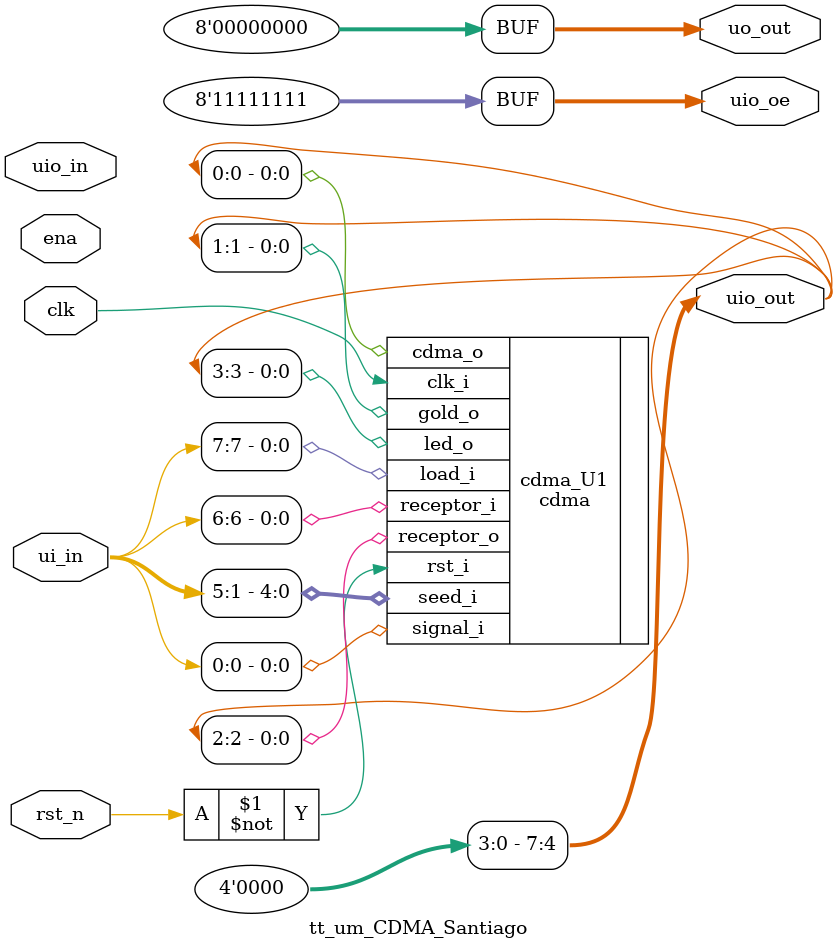
<source format=v>
/*
 * Copyright (c) 2024 Your Name
 * SPDX-License-Identifier: Apache-2.0
 */

`define default_netname none

module tt_um_CDMA_Santiago (
    input  wire [7:0] ui_in,    // Dedicated inputs
    output wire [7:0] uo_out,   // Dedicated outputs
    input  wire [7:0] uio_in,   // IOs: Input path
    output wire [7:0] uio_out,  // IOs: Output path
    output wire [7:0] uio_oe,   // IOs: Enable path (active high: 0=input, 1=output)
    input  wire       ena,      // will go high when the design is enabled
    input  wire       clk,      // clock
    input  wire       rst_n     // reset_n - low to reset
);
  //Instantiate cdma module
    cdma cdma_U1(  
        .clk_i(clk),
        .rst_i(~rst_n),
        .signal_i(ui_in[0]),
        .seed_i(ui_in[5:1]), 
        .receptor_i(ui_in[6]),
        .load_i(ui_in[7]),
        .cdma_o(uio_out[0]),
        .gold_o(uio_out[1]),
        .receptor_o(uio_out[2]),
        .led_o(uio_out[3])
    );
  // All output pins must be assigned. If not used, assign to 0.
    assign uio_oe = 8'b11111111;
    assign uo_out[7:0] = 8'b00000000;
    assign uio_out[7:4] = 4'b0000;
endmodule

</source>
